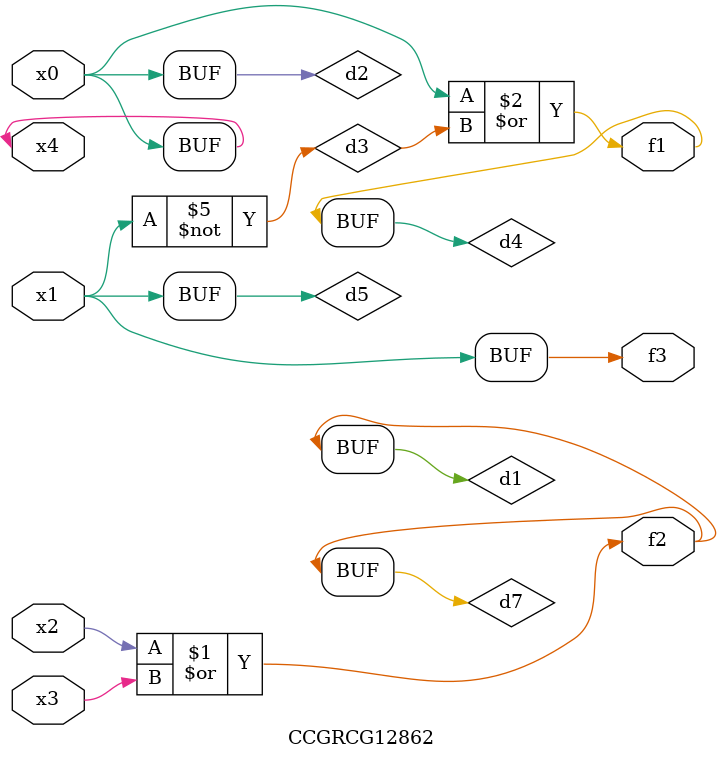
<source format=v>
module CCGRCG12862(
	input x0, x1, x2, x3, x4,
	output f1, f2, f3
);

	wire d1, d2, d3, d4, d5, d6, d7;

	or (d1, x2, x3);
	buf (d2, x0, x4);
	not (d3, x1);
	or (d4, d2, d3);
	not (d5, d3);
	nand (d6, d1, d3);
	or (d7, d1);
	assign f1 = d4;
	assign f2 = d7;
	assign f3 = d5;
endmodule

</source>
